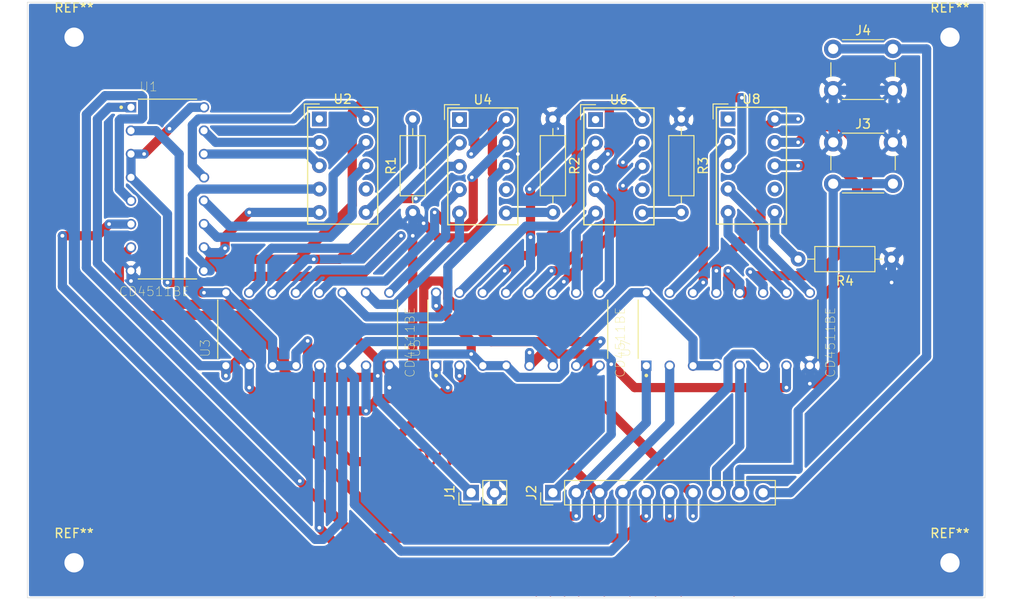
<source format=kicad_pcb>
(kicad_pcb (version 20171130) (host pcbnew "(5.1.10)-1")
  (layers (0 F.Cu signal) (31 B.Cu signal) (34 B.Paste user) (35 F.Paste user) (36 B.SilkS user) (37 F.SilkS user) (38 B.Mask user) (39 F.Mask user) (44 Edge.Cuts user))
  (net 0 "")
  (net 1 VDD)
  (net 2 VSS)
  (net 3 "Net-(J2-Pad1)")
  (net 4 "Net-(J2-Pad2)")
  (net 5 "Net-(J2-Pad3)")
  (net 6 "Net-(J2-Pad4)")
  (net 7 "Net-(J2-Pad5)")
  (net 8 "Net-(J2-Pad6)")
  (net 9 "Net-(J2-Pad7)")
  (net 10 "Net-(J2-Pad8)")
  (net 11 "Net-(J2-Pad9)")
  (net 12 "Net-(J2-Pad10)")
  (net 13 "Net-(R1-Pad2)")
  (net 14 "Net-(R2-Pad2)")
  (net 15 "Net-(R3-Pad2)")
  (net 16 "Net-(R4-Pad2)")
  (net 17 "Net-(U1-Pad9)")
  (net 18 "Net-(U1-Pad10)")
  (net 19 "Net-(U1-Pad11)")
  (net 20 "Net-(U1-Pad12)")
  (net 21 "Net-(U1-Pad13)")
  (net 22 "Net-(U1-Pad14)")
  (net 23 "Net-(U1-Pad15)")
  (net 24 "Net-(U2-Pad1)")
  (net 25 "Net-(U2-Pad7)")
  (net 26 "Net-(U3-Pad15)")
  (net 27 "Net-(U3-Pad14)")
  (net 28 "Net-(U3-Pad13)")
  (net 29 "Net-(U3-Pad12)")
  (net 30 "Net-(U3-Pad11)")
  (net 31 "Net-(U3-Pad10)")
  (net 32 "Net-(U3-Pad9)")
  (net 33 "Net-(U4-Pad7)")
  (net 34 "Net-(U4-Pad1)")
  (net 35 "Net-(U5-Pad9)")
  (net 36 "Net-(U5-Pad10)")
  (net 37 "Net-(U5-Pad11)")
  (net 38 "Net-(U5-Pad12)")
  (net 39 "Net-(U5-Pad13)")
  (net 40 "Net-(U5-Pad14)")
  (net 41 "Net-(U5-Pad15)")
  (net 42 "Net-(U6-Pad1)")
  (net 43 "Net-(U6-Pad7)")
  (net 44 "Net-(U7-Pad15)")
  (net 45 "Net-(U7-Pad14)")
  (net 46 "Net-(U7-Pad13)")
  (net 47 "Net-(U7-Pad12)")
  (net 48 "Net-(U7-Pad11)")
  (net 49 "Net-(U7-Pad10)")
  (net 50 "Net-(U7-Pad9)")
  (net 51 "Net-(U8-Pad7)")
  (net 52 "Net-(U8-Pad1)")
  (module MountingHole:MountingHole_2.1mm (layer F.Cu) (at 85.09 38.1)
    (fp_text reference REF** (at 0 -3.2) (layer F.SilkS))
    (fp_text value MountingHole_2.1mm)
    (pad "" np_thru_hole circle (at 0 0) (size 2.1 2.1) (drill 2.1) (layers *.Cu *.Mask))
  )
  (module MountingHole:MountingHole_2.1mm (layer F.Cu) (at 85.09 95.25)
    (fp_text reference REF** (at 0 -3.2) (layer F.SilkS))
    (fp_text value MountingHole_2.1mm)
    (pad "" np_thru_hole circle (at 0 0) (size 2.1 2.1) (drill 2.1) (layers *.Cu *.Mask))
  )
  (module MountingHole:MountingHole_2.1mm (layer F.Cu) (at 180.34 95.25)
    (fp_text reference REF** (at 0 -3.2) (layer F.SilkS))
    (fp_text value MountingHole_2.1mm)
    (pad "" np_thru_hole circle (at 0 0) (size 2.1 2.1) (drill 2.1) (layers *.Cu *.Mask))
  )
  (module MountingHole:MountingHole_2.1mm (layer F.Cu) (at 180.34 38.1)
    (fp_text reference REF** (at 0 -3.2) (layer F.SilkS))
    (fp_text value MountingHole_2.1mm)
    (pad "" np_thru_hole circle (at 0 0) (size 2.1 2.1) (drill 2.1) (layers *.Cu *.Mask))
  )
  (module Connector_PinHeader_2.54mm:PinHeader_1x02_P2.54mm_Vertical (layer F.Cu) (at 128.27 87.63 90)
    (fp_text reference J1 (at 0 -2.33 90) (layer F.SilkS))
    (fp_text value Conn_01x02_Male)
    (pad 1 thru_hole rect (at 0 0 90) (size 1.7 1.7) (drill 1) (layers *.Cu *.Mask) (net 1 VDD))
    (pad 2 thru_hole oval (at 0 2.54 90) (size 1.7 1.7) (drill 1) (layers *.Cu *.Mask) (net 2 VSS))
  )
  (module Connector_PinHeader_2.54mm:PinHeader_1x10_P2.54mm_Vertical (layer F.Cu) (at 137.16 87.63 90)
    (fp_text reference J2 (at 0 -2.33 90) (layer F.SilkS))
    (fp_text value Conn_01x10_Male)
    (pad 1 thru_hole rect (at 0 0 90) (size 1.7 1.7) (drill 1) (layers *.Cu *.Mask) (net 3 "Net-(J2-Pad1)"))
    (pad 2 thru_hole oval (at 0 2.54 90) (size 1.7 1.7) (drill 1) (layers *.Cu *.Mask) (net 4 "Net-(J2-Pad2)"))
    (pad 3 thru_hole oval (at 0 5.08 90) (size 1.7 1.7) (drill 1) (layers *.Cu *.Mask) (net 5 "Net-(J2-Pad3)"))
    (pad 4 thru_hole oval (at 0 7.62 90) (size 1.7 1.7) (drill 1) (layers *.Cu *.Mask) (net 6 "Net-(J2-Pad4)"))
    (pad 5 thru_hole oval (at 0 10.16 90) (size 1.7 1.7) (drill 1) (layers *.Cu *.Mask) (net 7 "Net-(J2-Pad5)"))
    (pad 6 thru_hole oval (at 0 12.7 90) (size 1.7 1.7) (drill 1) (layers *.Cu *.Mask) (net 8 "Net-(J2-Pad6)"))
    (pad 7 thru_hole oval (at 0 15.24 90) (size 1.7 1.7) (drill 1) (layers *.Cu *.Mask) (net 9 "Net-(J2-Pad7)"))
    (pad 8 thru_hole oval (at 0 17.78 90) (size 1.7 1.7) (drill 1) (layers *.Cu *.Mask) (net 10 "Net-(J2-Pad8)"))
    (pad 9 thru_hole oval (at 0 20.32 90) (size 1.7 1.7) (drill 1) (layers *.Cu *.Mask) (net 11 "Net-(J2-Pad9)"))
    (pad 10 thru_hole oval (at 0 22.86 90) (size 1.7 1.7) (drill 1) (layers *.Cu *.Mask) (net 12 "Net-(J2-Pad10)"))
  )
  (module Button_Switch_THT:SW_PUSH_6mm_H5mm (layer F.Cu) (at 167.64 49.53)
    (fp_text reference J3 (at 3.25 -2) (layer F.SilkS))
    (fp_text value Conn_02x02_Top_Bottom)
    (pad 2 thru_hole circle (at 0 4.5 90) (size 2 2) (drill 1.1) (layers *.Cu *.Mask) (net 11 "Net-(J2-Pad9)"))
    (pad 1 thru_hole circle (at 0 0 90) (size 2 2) (drill 1.1) (layers *.Cu *.Mask) (net 2 VSS))
    (pad 2 thru_hole circle (at 6.5 4.5 90) (size 2 2) (drill 1.1) (layers *.Cu *.Mask) (net 11 "Net-(J2-Pad9)"))
    (pad 1 thru_hole circle (at 6.5 0 90) (size 2 2) (drill 1.1) (layers *.Cu *.Mask) (net 2 VSS))
  )
  (module Button_Switch_THT:SW_PUSH_6mm_H5mm (layer F.Cu) (at 167.64 39.37)
    (fp_text reference J4 (at 3.25 -2) (layer F.SilkS))
    (fp_text value Conn_02x02_Top_Bottom)
    (pad 1 thru_hole circle (at 6.5 0 90) (size 2 2) (drill 1.1) (layers *.Cu *.Mask) (net 12 "Net-(J2-Pad10)"))
    (pad 2 thru_hole circle (at 6.5 4.5 90) (size 2 2) (drill 1.1) (layers *.Cu *.Mask) (net 2 VSS))
    (pad 1 thru_hole circle (at 0 0 90) (size 2 2) (drill 1.1) (layers *.Cu *.Mask) (net 12 "Net-(J2-Pad10)"))
    (pad 2 thru_hole circle (at 0 4.5 90) (size 2 2) (drill 1.1) (layers *.Cu *.Mask) (net 2 VSS))
  )
  (module Resistor_THT:R_Axial_DIN0207_L6.3mm_D2.5mm_P10.16mm_Horizontal (layer F.Cu) (at 121.92 57.15 90)
    (fp_text reference R1 (at 5.08 -2.37 90) (layer F.SilkS))
    (fp_text value R)
    (pad 1 thru_hole circle (at 0 0 90) (size 1.6 1.6) (drill 0.8) (layers *.Cu *.Mask) (net 2 VSS))
    (pad 2 thru_hole oval (at 10.16 0 90) (size 1.6 1.6) (drill 0.8) (layers *.Cu *.Mask) (net 13 "Net-(R1-Pad2)"))
  )
  (module Resistor_THT:R_Axial_DIN0207_L6.3mm_D2.5mm_P10.16mm_Horizontal (layer F.Cu) (at 137.16 46.99 270)
    (fp_text reference R2 (at 5.08 -2.37 90) (layer F.SilkS))
    (fp_text value R)
    (pad 2 thru_hole oval (at 10.16 0 270) (size 1.6 1.6) (drill 0.8) (layers *.Cu *.Mask) (net 14 "Net-(R2-Pad2)"))
    (pad 1 thru_hole circle (at 0 0 270) (size 1.6 1.6) (drill 0.8) (layers *.Cu *.Mask) (net 2 VSS))
  )
  (module Resistor_THT:R_Axial_DIN0207_L6.3mm_D2.5mm_P10.16mm_Horizontal (layer F.Cu) (at 151.13 46.99 270)
    (fp_text reference R3 (at 5.08 -2.37 90) (layer F.SilkS))
    (fp_text value R)
    (pad 1 thru_hole circle (at 0 0 270) (size 1.6 1.6) (drill 0.8) (layers *.Cu *.Mask) (net 2 VSS))
    (pad 2 thru_hole oval (at 10.16 0 270) (size 1.6 1.6) (drill 0.8) (layers *.Cu *.Mask) (net 15 "Net-(R3-Pad2)"))
  )
  (module Resistor_THT:R_Axial_DIN0207_L6.3mm_D2.5mm_P10.16mm_Horizontal (layer F.Cu) (at 173.99 62.23 180)
    (fp_text reference R4 (at 5.08 -2.37) (layer F.SilkS))
    (fp_text value R)
    (pad 2 thru_hole oval (at 10.16 0 180) (size 1.6 1.6) (drill 0.8) (layers *.Cu *.Mask) (net 16 "Net-(R4-Pad2)"))
    (pad 1 thru_hole circle (at 0 0 180) (size 1.6 1.6) (drill 0.8) (layers *.Cu *.Mask) (net 2 VSS))
  )
  (module CD4511BE:DIP794W45P254L1969H508Q16 (layer F.Cu) (at 95.25 54.61)
    (fp_text reference U1 (at -2.06 -11.135) (layer F.SilkS) (effects (font (thickness 0.05))))
    (fp_text value CD4511BE (at -1.425 11.135) (layer F.SilkS) (effects (font (thickness 0.05))))
    (pad 1 thru_hole rect (at -3.97 -8.89) (size 1.13 1.13) (drill 0.78) (layers *.Cu *.Mask) (net 4 "Net-(J2-Pad2)"))
    (pad 2 thru_hole circle (at -3.97 -6.35) (size 1.13 1.13) (drill 0.78) (layers *.Cu *.Mask) (net 5 "Net-(J2-Pad3)"))
    (pad 3 thru_hole circle (at -3.97 -3.81) (size 1.13 1.13) (drill 0.78) (layers *.Cu *.Mask) (net 1 VDD))
    (pad 4 thru_hole circle (at -3.97 -1.27) (size 1.13 1.13) (drill 0.78) (layers *.Cu *.Mask) (net 1 VDD))
    (pad 5 thru_hole circle (at -3.97 1.27) (size 1.13 1.13) (drill 0.78) (layers *.Cu *.Mask) (net 7 "Net-(J2-Pad5)"))
    (pad 6 thru_hole circle (at -3.97 3.81) (size 1.13 1.13) (drill 0.78) (layers *.Cu *.Mask) (net 6 "Net-(J2-Pad4)"))
    (pad 7 thru_hole circle (at -3.97 6.35) (size 1.13 1.13) (drill 0.78) (layers *.Cu *.Mask) (net 3 "Net-(J2-Pad1)"))
    (pad 8 thru_hole circle (at -3.97 8.89) (size 1.13 1.13) (drill 0.78) (layers *.Cu *.Mask) (net 2 VSS))
    (pad 9 thru_hole circle (at 3.97 8.89) (size 1.13 1.13) (drill 0.78) (layers *.Cu *.Mask) (net 17 "Net-(U1-Pad9)"))
    (pad 10 thru_hole circle (at 3.97 6.35) (size 1.13 1.13) (drill 0.78) (layers *.Cu *.Mask) (net 18 "Net-(U1-Pad10)"))
    (pad 11 thru_hole circle (at 3.97 3.81) (size 1.13 1.13) (drill 0.78) (layers *.Cu *.Mask) (net 19 "Net-(U1-Pad11)"))
    (pad 12 thru_hole circle (at 3.97 1.27) (size 1.13 1.13) (drill 0.78) (layers *.Cu *.Mask) (net 20 "Net-(U1-Pad12)"))
    (pad 13 thru_hole circle (at 3.97 -1.27) (size 1.13 1.13) (drill 0.78) (layers *.Cu *.Mask) (net 21 "Net-(U1-Pad13)"))
    (pad 14 thru_hole circle (at 3.97 -3.81) (size 1.13 1.13) (drill 0.78) (layers *.Cu *.Mask) (net 22 "Net-(U1-Pad14)"))
    (pad 15 thru_hole circle (at 3.97 -6.35) (size 1.13 1.13) (drill 0.78) (layers *.Cu *.Mask) (net 23 "Net-(U1-Pad15)"))
    (pad 16 thru_hole circle (at 3.97 -8.89) (size 1.13 1.13) (drill 0.78) (layers *.Cu *.Mask) (net 1 VDD))
  )
  (module Display_7Segment:HDSP-A151 (layer F.Cu) (at 111.76 46.99)
    (fp_text reference U2 (at 2.54 -2.159) (layer F.SilkS))
    (fp_text value HDSP-A153)
    (pad 1 thru_hole rect (at 0 0) (size 1.6 1.6) (drill 0.8) (layers *.Cu *.Mask) (net 24 "Net-(U2-Pad1)"))
    (pad 2 thru_hole circle (at 0 2.54) (size 1.6 1.6) (drill 0.8) (layers *.Cu *.Mask) (net 23 "Net-(U1-Pad15)"))
    (pad 3 thru_hole circle (at 0 5.08) (size 1.6 1.6) (drill 0.8) (layers *.Cu *.Mask) (net 22 "Net-(U1-Pad14)"))
    (pad 4 thru_hole circle (at 0 7.62) (size 1.6 1.6) (drill 0.8) (layers *.Cu *.Mask) (net 17 "Net-(U1-Pad9)"))
    (pad 5 thru_hole circle (at 0 10.16) (size 1.6 1.6) (drill 0.8) (layers *.Cu *.Mask) (net 18 "Net-(U1-Pad10)"))
    (pad 6 thru_hole circle (at 5.08 10.16) (size 1.6 1.6) (drill 0.8) (layers *.Cu *.Mask) (net 13 "Net-(R1-Pad2)"))
    (pad 7 thru_hole circle (at 5.08 7.62) (size 1.6 1.6) (drill 0.8) (layers *.Cu *.Mask) (net 25 "Net-(U2-Pad7)"))
    (pad 8 thru_hole circle (at 5.08 5.08) (size 1.6 1.6) (drill 0.8) (layers *.Cu *.Mask) (net 19 "Net-(U1-Pad11)"))
    (pad 9 thru_hole circle (at 5.08 2.54) (size 1.6 1.6) (drill 0.8) (layers *.Cu *.Mask) (net 20 "Net-(U1-Pad12)"))
    (pad 10 thru_hole circle (at 5.08 0) (size 1.6 1.6) (drill 0.8) (layers *.Cu *.Mask) (net 21 "Net-(U1-Pad13)"))
  )
  (module CD4511BE:DIP794W45P254L1969H508Q16 (layer F.Cu) (at 110.49 69.85 90)
    (fp_text reference U3 (at -2.06 -11.135 90) (layer F.SilkS) (effects (font (thickness 0.05))))
    (fp_text value CD4511BE (at -1.425 11.135 90) (layer F.SilkS) (effects (font (thickness 0.05))))
    (pad 16 thru_hole circle (at 3.97 -8.89 90) (size 1.13 1.13) (drill 0.78) (layers *.Cu *.Mask) (net 1 VDD))
    (pad 15 thru_hole circle (at 3.97 -6.35 90) (size 1.13 1.13) (drill 0.78) (layers *.Cu *.Mask) (net 26 "Net-(U3-Pad15)"))
    (pad 14 thru_hole circle (at 3.97 -3.81 90) (size 1.13 1.13) (drill 0.78) (layers *.Cu *.Mask) (net 27 "Net-(U3-Pad14)"))
    (pad 13 thru_hole circle (at 3.97 -1.27 90) (size 1.13 1.13) (drill 0.78) (layers *.Cu *.Mask) (net 28 "Net-(U3-Pad13)"))
    (pad 12 thru_hole circle (at 3.97 1.27 90) (size 1.13 1.13) (drill 0.78) (layers *.Cu *.Mask) (net 29 "Net-(U3-Pad12)"))
    (pad 11 thru_hole circle (at 3.97 3.81 90) (size 1.13 1.13) (drill 0.78) (layers *.Cu *.Mask) (net 30 "Net-(U3-Pad11)"))
    (pad 10 thru_hole circle (at 3.97 6.35 90) (size 1.13 1.13) (drill 0.78) (layers *.Cu *.Mask) (net 31 "Net-(U3-Pad10)"))
    (pad 9 thru_hole circle (at 3.97 8.89 90) (size 1.13 1.13) (drill 0.78) (layers *.Cu *.Mask) (net 32 "Net-(U3-Pad9)"))
    (pad 8 thru_hole circle (at -3.97 8.89 90) (size 1.13 1.13) (drill 0.78) (layers *.Cu *.Mask) (net 2 VSS))
    (pad 7 thru_hole circle (at -3.97 6.35 90) (size 1.13 1.13) (drill 0.78) (layers *.Cu *.Mask) (net 3 "Net-(J2-Pad1)"))
    (pad 6 thru_hole circle (at -3.97 3.81 90) (size 1.13 1.13) (drill 0.78) (layers *.Cu *.Mask) (net 6 "Net-(J2-Pad4)"))
    (pad 5 thru_hole circle (at -3.97 1.27 90) (size 1.13 1.13) (drill 0.78) (layers *.Cu *.Mask) (net 8 "Net-(J2-Pad6)"))
    (pad 4 thru_hole circle (at -3.97 -1.27 90) (size 1.13 1.13) (drill 0.78) (layers *.Cu *.Mask) (net 1 VDD))
    (pad 3 thru_hole circle (at -3.97 -3.81 90) (size 1.13 1.13) (drill 0.78) (layers *.Cu *.Mask) (net 1 VDD))
    (pad 2 thru_hole circle (at -3.97 -6.35 90) (size 1.13 1.13) (drill 0.78) (layers *.Cu *.Mask) (net 5 "Net-(J2-Pad3)"))
    (pad 1 thru_hole rect (at -3.97 -8.89 90) (size 1.13 1.13) (drill 0.78) (layers *.Cu *.Mask) (net 4 "Net-(J2-Pad2)"))
  )
  (module Display_7Segment:HDSP-A151 (layer F.Cu) (at 127 47.060001)
    (fp_text reference U4 (at 2.54 -2.159) (layer F.SilkS))
    (fp_text value HDSP-A153)
    (pad 10 thru_hole circle (at 5.08 0) (size 1.6 1.6) (drill 0.8) (layers *.Cu *.Mask) (net 28 "Net-(U3-Pad13)"))
    (pad 9 thru_hole circle (at 5.08 2.54) (size 1.6 1.6) (drill 0.8) (layers *.Cu *.Mask) (net 29 "Net-(U3-Pad12)"))
    (pad 8 thru_hole circle (at 5.08 5.08) (size 1.6 1.6) (drill 0.8) (layers *.Cu *.Mask) (net 30 "Net-(U3-Pad11)"))
    (pad 7 thru_hole circle (at 5.08 7.62) (size 1.6 1.6) (drill 0.8) (layers *.Cu *.Mask) (net 33 "Net-(U4-Pad7)"))
    (pad 6 thru_hole circle (at 5.08 10.16) (size 1.6 1.6) (drill 0.8) (layers *.Cu *.Mask) (net 14 "Net-(R2-Pad2)"))
    (pad 5 thru_hole circle (at 0 10.16) (size 1.6 1.6) (drill 0.8) (layers *.Cu *.Mask) (net 31 "Net-(U3-Pad10)"))
    (pad 4 thru_hole circle (at 0 7.62) (size 1.6 1.6) (drill 0.8) (layers *.Cu *.Mask) (net 32 "Net-(U3-Pad9)"))
    (pad 3 thru_hole circle (at 0 5.08) (size 1.6 1.6) (drill 0.8) (layers *.Cu *.Mask) (net 27 "Net-(U3-Pad14)"))
    (pad 2 thru_hole circle (at 0 2.54) (size 1.6 1.6) (drill 0.8) (layers *.Cu *.Mask) (net 26 "Net-(U3-Pad15)"))
    (pad 1 thru_hole rect (at 0 0) (size 1.6 1.6) (drill 0.8) (layers *.Cu *.Mask) (net 34 "Net-(U4-Pad1)"))
  )
  (module CD4511BE:DIP794W45P254L1969H508Q16 (layer F.Cu) (at 133.35 69.85 90)
    (fp_text reference U5 (at -2.06 -11.135 90) (layer F.SilkS) (effects (font (thickness 0.05))))
    (fp_text value CD4511BE (at -1.425 11.135 90) (layer F.SilkS) (effects (font (thickness 0.05))))
    (pad 1 thru_hole rect (at -3.97 -8.89 90) (size 1.13 1.13) (drill 0.78) (layers *.Cu *.Mask) (net 4 "Net-(J2-Pad2)"))
    (pad 2 thru_hole circle (at -3.97 -6.35 90) (size 1.13 1.13) (drill 0.78) (layers *.Cu *.Mask) (net 5 "Net-(J2-Pad3)"))
    (pad 3 thru_hole circle (at -3.97 -3.81 90) (size 1.13 1.13) (drill 0.78) (layers *.Cu *.Mask) (net 1 VDD))
    (pad 4 thru_hole circle (at -3.97 -1.27 90) (size 1.13 1.13) (drill 0.78) (layers *.Cu *.Mask) (net 1 VDD))
    (pad 5 thru_hole circle (at -3.97 1.27 90) (size 1.13 1.13) (drill 0.78) (layers *.Cu *.Mask) (net 9 "Net-(J2-Pad7)"))
    (pad 6 thru_hole circle (at -3.97 3.81 90) (size 1.13 1.13) (drill 0.78) (layers *.Cu *.Mask) (net 6 "Net-(J2-Pad4)"))
    (pad 7 thru_hole circle (at -3.97 6.35 90) (size 1.13 1.13) (drill 0.78) (layers *.Cu *.Mask) (net 3 "Net-(J2-Pad1)"))
    (pad 8 thru_hole circle (at -3.97 8.89 90) (size 1.13 1.13) (drill 0.78) (layers *.Cu *.Mask) (net 2 VSS))
    (pad 9 thru_hole circle (at 3.97 8.89 90) (size 1.13 1.13) (drill 0.78) (layers *.Cu *.Mask) (net 35 "Net-(U5-Pad9)"))
    (pad 10 thru_hole circle (at 3.97 6.35 90) (size 1.13 1.13) (drill 0.78) (layers *.Cu *.Mask) (net 36 "Net-(U5-Pad10)"))
    (pad 11 thru_hole circle (at 3.97 3.81 90) (size 1.13 1.13) (drill 0.78) (layers *.Cu *.Mask) (net 37 "Net-(U5-Pad11)"))
    (pad 12 thru_hole circle (at 3.97 1.27 90) (size 1.13 1.13) (drill 0.78) (layers *.Cu *.Mask) (net 38 "Net-(U5-Pad12)"))
    (pad 13 thru_hole circle (at 3.97 -1.27 90) (size 1.13 1.13) (drill 0.78) (layers *.Cu *.Mask) (net 39 "Net-(U5-Pad13)"))
    (pad 14 thru_hole circle (at 3.97 -3.81 90) (size 1.13 1.13) (drill 0.78) (layers *.Cu *.Mask) (net 40 "Net-(U5-Pad14)"))
    (pad 15 thru_hole circle (at 3.97 -6.35 90) (size 1.13 1.13) (drill 0.78) (layers *.Cu *.Mask) (net 41 "Net-(U5-Pad15)"))
    (pad 16 thru_hole circle (at 3.97 -8.89 90) (size 1.13 1.13) (drill 0.78) (layers *.Cu *.Mask) (net 1 VDD))
  )
  (module Display_7Segment:HDSP-A151 (layer F.Cu) (at 141.800001 47.060001)
    (fp_text reference U6 (at 2.54 -2.159) (layer F.SilkS))
    (fp_text value HDSP-A153)
    (pad 1 thru_hole rect (at 0 0) (size 1.6 1.6) (drill 0.8) (layers *.Cu *.Mask) (net 42 "Net-(U6-Pad1)"))
    (pad 2 thru_hole circle (at 0 2.54) (size 1.6 1.6) (drill 0.8) (layers *.Cu *.Mask) (net 41 "Net-(U5-Pad15)"))
    (pad 3 thru_hole circle (at 0 5.08) (size 1.6 1.6) (drill 0.8) (layers *.Cu *.Mask) (net 40 "Net-(U5-Pad14)"))
    (pad 4 thru_hole circle (at 0 7.62) (size 1.6 1.6) (drill 0.8) (layers *.Cu *.Mask) (net 35 "Net-(U5-Pad9)"))
    (pad 5 thru_hole circle (at 0 10.16) (size 1.6 1.6) (drill 0.8) (layers *.Cu *.Mask) (net 36 "Net-(U5-Pad10)"))
    (pad 6 thru_hole circle (at 5.08 10.16) (size 1.6 1.6) (drill 0.8) (layers *.Cu *.Mask) (net 15 "Net-(R3-Pad2)"))
    (pad 7 thru_hole circle (at 5.08 7.62) (size 1.6 1.6) (drill 0.8) (layers *.Cu *.Mask) (net 43 "Net-(U6-Pad7)"))
    (pad 8 thru_hole circle (at 5.08 5.08) (size 1.6 1.6) (drill 0.8) (layers *.Cu *.Mask) (net 37 "Net-(U5-Pad11)"))
    (pad 9 thru_hole circle (at 5.08 2.54) (size 1.6 1.6) (drill 0.8) (layers *.Cu *.Mask) (net 38 "Net-(U5-Pad12)"))
    (pad 10 thru_hole circle (at 5.08 0) (size 1.6 1.6) (drill 0.8) (layers *.Cu *.Mask) (net 39 "Net-(U5-Pad13)"))
  )
  (module CD4511BE:DIP794W45P254L1969H508Q16 (layer F.Cu) (at 156.21 69.85 90)
    (fp_text reference U7 (at -2.06 -11.135 90) (layer F.SilkS) (effects (font (thickness 0.05))))
    (fp_text value CD4511BE (at -1.425 11.135 90) (layer F.SilkS) (effects (font (thickness 0.05))))
    (pad 16 thru_hole circle (at 3.97 -8.89 90) (size 1.13 1.13) (drill 0.78) (layers *.Cu *.Mask) (net 1 VDD))
    (pad 15 thru_hole circle (at 3.97 -6.35 90) (size 1.13 1.13) (drill 0.78) (layers *.Cu *.Mask) (net 44 "Net-(U7-Pad15)"))
    (pad 14 thru_hole circle (at 3.97 -3.81 90) (size 1.13 1.13) (drill 0.78) (layers *.Cu *.Mask) (net 45 "Net-(U7-Pad14)"))
    (pad 13 thru_hole circle (at 3.97 -1.27 90) (size 1.13 1.13) (drill 0.78) (layers *.Cu *.Mask) (net 46 "Net-(U7-Pad13)"))
    (pad 12 thru_hole circle (at 3.97 1.27 90) (size 1.13 1.13) (drill 0.78) (layers *.Cu *.Mask) (net 47 "Net-(U7-Pad12)"))
    (pad 11 thru_hole circle (at 3.97 3.81 90) (size 1.13 1.13) (drill 0.78) (layers *.Cu *.Mask) (net 48 "Net-(U7-Pad11)"))
    (pad 10 thru_hole circle (at 3.97 6.35 90) (size 1.13 1.13) (drill 0.78) (layers *.Cu *.Mask) (net 49 "Net-(U7-Pad10)"))
    (pad 9 thru_hole circle (at 3.97 8.89 90) (size 1.13 1.13) (drill 0.78) (layers *.Cu *.Mask) (net 50 "Net-(U7-Pad9)"))
    (pad 8 thru_hole circle (at -3.97 8.89 90) (size 1.13 1.13) (drill 0.78) (layers *.Cu *.Mask) (net 2 VSS))
    (pad 7 thru_hole circle (at -3.97 6.35 90) (size 1.13 1.13) (drill 0.78) (layers *.Cu *.Mask) (net 3 "Net-(J2-Pad1)"))
    (pad 6 thru_hole circle (at -3.97 3.81 90) (size 1.13 1.13) (drill 0.78) (layers *.Cu *.Mask) (net 6 "Net-(J2-Pad4)"))
    (pad 5 thru_hole circle (at -3.97 1.27 90) (size 1.13 1.13) (drill 0.78) (layers *.Cu *.Mask) (net 10 "Net-(J2-Pad8)"))
    (pad 4 thru_hole circle (at -3.97 -1.27 90) (size 1.13 1.13) (drill 0.78) (layers *.Cu *.Mask) (net 1 VDD))
    (pad 3 thru_hole circle (at -3.97 -3.81 90) (size 1.13 1.13) (drill 0.78) (layers *.Cu *.Mask) (net 1 VDD))
    (pad 2 thru_hole circle (at -3.97 -6.35 90) (size 1.13 1.13) (drill 0.78) (layers *.Cu *.Mask) (net 5 "Net-(J2-Pad3)"))
    (pad 1 thru_hole rect (at -3.97 -8.89 90) (size 1.13 1.13) (drill 0.78) (layers *.Cu *.Mask) (net 4 "Net-(J2-Pad2)"))
  )
  (module Display_7Segment:HDSP-A151 (layer F.Cu) (at 156.21 46.99)
    (fp_text reference U8 (at 2.54 -2.159) (layer F.SilkS))
    (fp_text value HDSP-A153)
    (pad 10 thru_hole circle (at 5.08 0) (size 1.6 1.6) (drill 0.8) (layers *.Cu *.Mask) (net 46 "Net-(U7-Pad13)"))
    (pad 9 thru_hole circle (at 5.08 2.54) (size 1.6 1.6) (drill 0.8) (layers *.Cu *.Mask) (net 47 "Net-(U7-Pad12)"))
    (pad 8 thru_hole circle (at 5.08 5.08) (size 1.6 1.6) (drill 0.8) (layers *.Cu *.Mask) (net 48 "Net-(U7-Pad11)"))
    (pad 7 thru_hole circle (at 5.08 7.62) (size 1.6 1.6) (drill 0.8) (layers *.Cu *.Mask) (net 51 "Net-(U8-Pad7)"))
    (pad 6 thru_hole circle (at 5.08 10.16) (size 1.6 1.6) (drill 0.8) (layers *.Cu *.Mask) (net 16 "Net-(R4-Pad2)"))
    (pad 5 thru_hole circle (at 0 10.16) (size 1.6 1.6) (drill 0.8) (layers *.Cu *.Mask) (net 49 "Net-(U7-Pad10)"))
    (pad 4 thru_hole circle (at 0 7.62) (size 1.6 1.6) (drill 0.8) (layers *.Cu *.Mask) (net 50 "Net-(U7-Pad9)"))
    (pad 3 thru_hole circle (at 0 5.08) (size 1.6 1.6) (drill 0.8) (layers *.Cu *.Mask) (net 45 "Net-(U7-Pad14)"))
    (pad 2 thru_hole circle (at 0 2.54) (size 1.6 1.6) (drill 0.8) (layers *.Cu *.Mask) (net 44 "Net-(U7-Pad15)"))
    (pad 1 thru_hole rect (at 0 0) (size 1.6 1.6) (drill 0.8) (layers *.Cu *.Mask) (net 52 "Net-(U8-Pad1)"))
  )
  (gr_text A/B/C/D/LE1/LE2/LE3/LE4/BOTTON1/BOTTON2 (at 148.59 97.79) (layer F.Cu) (effects (font (size 1.5 0.75) (thickness 0.1875))))
  (gr_text VDD/VSS (at 124.46 83.82) (layer F.Cu) (effects (font (size 1.5 1.5) (thickness 0.3))))
  (gr_line (start 80.01 99.06) (end 80.01 63.5) (layer Edge.Cuts) (width 0.05))
  (gr_line (start 184.15 99.06) (end 80.01 99.06) (layer Edge.Cuts) (width 0.05))
  (gr_line (start 184.15 34.29) (end 184.15 99.06) (layer Edge.Cuts) (width 0.05))
  (gr_line (start 80.01 34.29) (end 184.15 34.29) (layer Edge.Cuts) (width 0.05))
  (gr_line (start 80.01 63.5) (end 80.01 34.29) (layer Edge.Cuts) (width 0.05))
  (segment (start 154.94 73.82) (end 152.4 73.82) (width 1) (layer B.Cu) (net 1))
  (segment (start 152.4 70.96) (end 147.32 65.88) (width 1) (layer B.Cu) (net 1))
  (segment (start 152.4 73.82) (end 152.4 70.96) (width 1) (layer B.Cu) (net 1))
  (segment (start 128.274999 72.554999) (end 128.274999 72.554999) (width 1) (layer B.Cu) (net 1))
  (segment (start 118.772799 72.554999) (end 128.274999 72.554999) (width 1) (layer B.Cu) (net 1))
  (segment (start 118.114999 73.212799) (end 118.772799 72.554999) (width 1) (layer B.Cu) (net 1))
  (segment (start 118.114999 77.474999) (end 118.114999 74.925001) (width 1) (layer B.Cu) (net 1))
  (segment (start 128.27 87.63) (end 118.114999 77.474999) (width 1) (layer B.Cu) (net 1))
  (segment (start 138.434999 73.212799) (end 145.767798 65.88) (width 1) (layer B.Cu) (net 1))
  (segment (start 138.434999 74.417203) (end 138.434999 73.212799) (width 1) (layer B.Cu) (net 1))
  (segment (start 145.767798 65.88) (end 147.32 65.88) (width 1) (layer B.Cu) (net 1))
  (segment (start 137.767201 75.085001) (end 138.434999 74.417203) (width 1) (layer B.Cu) (net 1))
  (segment (start 133.345001 75.085001) (end 137.767201 75.085001) (width 1) (layer B.Cu) (net 1))
  (segment (start 132.08 73.82) (end 133.345001 75.085001) (width 1) (layer B.Cu) (net 1))
  (segment (start 128.274999 72.554999) (end 129.54 73.82) (width 1) (layer B.Cu) (net 1))
  (via (at 128.274999 72.554999) (size 0.8) (drill 0.4) (layers F.Cu B.Cu) (net 1))
  (segment (start 124.46 65.88) (end 124.46 67.31) (width 1) (layer B.Cu) (net 1))
  (segment (start 124.46 67.31) (end 124.46 67.31) (width 1) (layer B.Cu) (net 1))
  (via (at 124.46 67.31) (size 0.8) (drill 0.4) (layers F.Cu B.Cu) (net 1))
  (segment (start 124.46 67.31) (end 124.46 67.31) (width 1) (layer B.Cu) (net 1))
  (via (at 124.46 67.31) (size 0.8) (drill 0.4) (layers F.Cu B.Cu) (net 1))
  (segment (start 128.274999 72.554999) (end 128.274999 71.124999) (width 1) (layer F.Cu) (net 1))
  (segment (start 128.274999 71.124999) (end 124.46 67.31) (width 1) (layer F.Cu) (net 1))
  (segment (start 129.54 73.82) (end 132.08 73.82) (width 1) (layer B.Cu) (net 1))
  (segment (start 106.68 70.96) (end 101.6 65.88) (width 1) (layer B.Cu) (net 1))
  (segment (start 106.68 73.82) (end 106.68 70.96) (width 1) (layer B.Cu) (net 1))
  (segment (start 91.28 50.8) (end 91.28 53.34) (width 1) (layer B.Cu) (net 1))
  (segment (start 106.68 73.82) (end 109.22 73.82) (width 1) (layer B.Cu) (net 1))
  (segment (start 109.22 73.82) (end 109.22 72.39) (width 1) (layer B.Cu) (net 1))
  (segment (start 109.22 72.39) (end 110.49 71.12) (width 1) (layer B.Cu) (net 1))
  (segment (start 110.49 71.12) (end 110.49 71.12) (width 1) (layer B.Cu) (net 1))
  (via (at 110.49 71.12) (size 0.8) (drill 0.4) (layers F.Cu B.Cu) (net 1))
  (segment (start 118.114999 74.925001) (end 118.114999 73.212799) (width 1) (layer B.Cu) (net 1))
  (via (at 118.114999 74.925001) (size 0.8) (drill 0.4) (layers F.Cu B.Cu) (net 1))
  (segment (start 111.152799 75.085001) (end 117.954999 75.085001) (width 1) (layer F.Cu) (net 1))
  (segment (start 110.49 74.422202) (end 111.152799 75.085001) (width 1) (layer F.Cu) (net 1))
  (segment (start 117.954999 75.085001) (end 118.114999 74.925001) (width 1) (layer F.Cu) (net 1))
  (segment (start 110.49 71.12) (end 110.49 74.422202) (width 1) (layer F.Cu) (net 1))
  (segment (start 91.28 50.8) (end 92.71 50.8) (width 1) (layer B.Cu) (net 1))
  (segment (start 91.28 53.34) (end 95.25 57.31) (width 1) (layer B.Cu) (net 1))
  (segment (start 95.25 57.31) (end 95.25 64.77) (width 1) (layer B.Cu) (net 1))
  (segment (start 101.6 65.88) (end 99.22 65.88) (width 1) (layer B.Cu) (net 1))
  (segment (start 95.25 64.77) (end 95.25 64.77) (width 1) (layer B.Cu) (net 1))
  (via (at 95.25 64.77) (size 0.8) (drill 0.4) (layers F.Cu B.Cu) (net 1))
  (segment (start 99.22 65.88) (end 99.22 65.88) (width 1) (layer B.Cu) (net 1))
  (via (at 99.22 65.88) (size 0.8) (drill 0.4) (layers F.Cu B.Cu) (net 1))
  (segment (start 95.25 64.77) (end 97.885009 64.77) (width 1) (layer F.Cu) (net 1))
  (segment (start 98.995009 65.88) (end 99.22 65.88) (width 1) (layer F.Cu) (net 1))
  (segment (start 97.885009 64.77) (end 98.995009 65.88) (width 1) (layer F.Cu) (net 1))
  (segment (start 92.71 50.8) (end 92.71 50.8) (width 1) (layer B.Cu) (net 1))
  (via (at 92.71 50.8) (size 0.8) (drill 0.4) (layers F.Cu B.Cu) (net 1))
  (segment (start 99.22 45.72) (end 97.79 45.72) (width 1) (layer B.Cu) (net 1))
  (segment (start 97.79 45.72) (end 96.52 46.99) (width 1) (layer B.Cu) (net 1))
  (segment (start 96.52 46.99) (end 95.463535 48.046465) (width 1) (layer B.Cu) (net 1))
  (segment (start 95.463535 48.046465) (end 95.463535 48.046465) (width 1) (layer B.Cu) (net 1))
  (via (at 95.463535 48.046465) (size 0.8) (drill 0.4) (layers F.Cu B.Cu) (net 1))
  (segment (start 92.71 50.8) (end 95.25 48.26) (width 1) (layer F.Cu) (net 1))
  (segment (start 175.840001 51.230001) (end 174.14 49.53) (width 1) (layer B.Cu) (net 2))
  (segment (start 175.840001 60.379999) (end 175.840001 51.230001) (width 1) (layer B.Cu) (net 2))
  (segment (start 173.99 62.23) (end 175.840001 60.379999) (width 1) (layer B.Cu) (net 2))
  (segment (start 174.14 49.53) (end 174.14 43.87) (width 1) (layer B.Cu) (net 2))
  (segment (start 174.14 43.87) (end 167.64 43.87) (width 1) (layer B.Cu) (net 2))
  (segment (start 167.64 43.87) (end 167.64 49.53) (width 1) (layer B.Cu) (net 2))
  (segment (start 167.64 48.115787) (end 167.64 49.53) (width 1) (layer B.Cu) (net 2))
  (segment (start 163.004204 43.479991) (end 167.64 48.115787) (width 1) (layer B.Cu) (net 2))
  (segment (start 154.640009 43.479991) (end 163.004204 43.479991) (width 1) (layer B.Cu) (net 2))
  (segment (start 151.13 46.99) (end 154.640009 43.479991) (width 1) (layer B.Cu) (net 2))
  (segment (start 165.1 73.82) (end 165.1 75.77293) (width 1) (layer B.Cu) (net 2))
  (segment (start 165.1 75.77293) (end 165.1 75.77293) (width 1) (layer B.Cu) (net 2))
  (via (at 165.1 75.77293) (size 0.8) (drill 0.4) (layers F.Cu B.Cu) (net 2))
  (segment (start 173.99 62.23) (end 173.99 64.77) (width 1) (layer B.Cu) (net 2))
  (segment (start 173.99 64.77) (end 173.99 64.77) (width 1) (layer B.Cu) (net 2))
  (via (at 173.99 64.77) (size 0.8) (drill 0.4) (layers F.Cu B.Cu) (net 2))
  (segment (start 173.99 64.77) (end 173.99 67.31) (width 1) (layer F.Cu) (net 2))
  (segment (start 165.52707 75.77293) (end 165.1 75.77293) (width 1) (layer F.Cu) (net 2))
  (segment (start 173.99 67.31) (end 165.52707 75.77293) (width 1) (layer F.Cu) (net 2))
  (segment (start 149.7 45.56) (end 149.7 44.29) (width 1) (layer B.Cu) (net 2))
  (segment (start 151.13 46.99) (end 149.7 45.56) (width 1) (layer B.Cu) (net 2))
  (segment (start 149.7 44.29) (end 148.59 43.18) (width 1) (layer B.Cu) (net 2))
  (segment (start 148.59 43.18) (end 138.43 43.18) (width 1) (layer B.Cu) (net 2))
  (segment (start 138.43 45.72) (end 137.16 46.99) (width 1) (layer B.Cu) (net 2))
  (segment (start 138.43 43.18) (end 138.43 45.72) (width 1) (layer B.Cu) (net 2))
  (segment (start 130.81 85.25) (end 142.24 73.82) (width 1) (layer B.Cu) (net 2))
  (segment (start 130.81 87.63) (end 130.81 85.25) (width 1) (layer B.Cu) (net 2))
  (segment (start 130.81 85.25) (end 119.38 73.82) (width 1) (layer B.Cu) (net 2))
  (segment (start 119.38 73.82) (end 119.38 76.2) (width 1) (layer B.Cu) (net 2))
  (segment (start 119.38 76.2) (end 119.38 76.2) (width 1) (layer B.Cu) (net 2))
  (via (at 119.38 76.2) (size 0.8) (drill 0.4) (layers F.Cu B.Cu) (net 2))
  (segment (start 121.92 57.15) (end 121.92 59.69) (width 1) (layer B.Cu) (net 2))
  (segment (start 121.92 59.69) (end 121.92 59.69) (width 1) (layer B.Cu) (net 2))
  (via (at 121.92 59.69) (size 0.8) (drill 0.4) (layers F.Cu B.Cu) (net 2))
  (segment (start 119.38 76.2) (end 119.38 76.2) (width 1) (layer F.Cu) (net 2))
  (segment (start 121.92 73.66) (end 121.92 59.69) (width 1) (layer F.Cu) (net 2))
  (segment (start 91.28 63.5) (end 91.28 64.61) (width 1) (layer B.Cu) (net 2))
  (segment (start 91.28 64.61) (end 91.28 64.61) (width 1) (layer B.Cu) (net 2))
  (via (at 91.28 64.61) (size 0.8) (drill 0.4) (layers F.Cu B.Cu) (net 2))
  (segment (start 119.38 76.2) (end 121.92 73.66) (width 1) (layer F.Cu) (net 2))
  (via (at 119.38 76.2) (size 0.8) (drill 0.4) (layers F.Cu B.Cu) (net 2))
  (segment (start 93.815001 67.145001) (end 91.28 64.61) (width 1) (layer F.Cu) (net 2))
  (segment (start 119.38 74.487798) (end 112.037203 67.145001) (width 1) (layer F.Cu) (net 2))
  (segment (start 112.037203 67.145001) (end 93.815001 67.145001) (width 1) (layer F.Cu) (net 2))
  (segment (start 119.38 76.2) (end 119.38 74.487798) (width 1) (layer F.Cu) (net 2))
  (segment (start 137.16 46.99) (end 137.16 48.26) (width 1) (layer B.Cu) (net 2))
  (segment (start 137.16 48.26) (end 135.89 48.26) (width 1) (layer B.Cu) (net 2))
  (segment (start 135.89 48.26) (end 133.35 50.8) (width 1) (layer B.Cu) (net 2))
  (segment (start 133.35 50.8) (end 133.35 50.8) (width 1) (layer B.Cu) (net 2))
  (via (at 133.35 50.8) (size 0.8) (drill 0.4) (layers F.Cu B.Cu) (net 2))
  (segment (start 121.92 57.15) (end 123.099979 58.329979) (width 1) (layer B.Cu) (net 2))
  (segment (start 123.099979 58.329979) (end 123.099979 58.329979) (width 1) (layer B.Cu) (net 2))
  (via (at 123.099979 58.329979) (size 0.8) (drill 0.4) (layers F.Cu B.Cu) (net 2))
  (segment (start 132.800001 45.56) (end 133.580001 46.34) (width 1) (layer F.Cu) (net 2))
  (segment (start 130.579999 52.860002) (end 130.579999 46.34) (width 1) (layer F.Cu) (net 2))
  (segment (start 130.81 53.090003) (end 130.579999 52.860002) (width 1) (layer F.Cu) (net 2))
  (segment (start 130.81 53.34) (end 130.81 53.090003) (width 1) (layer F.Cu) (net 2))
  (segment (start 131.359999 45.56) (end 132.800001 45.56) (width 1) (layer F.Cu) (net 2))
  (segment (start 130.579999 53.570001) (end 130.81 53.34) (width 1) (layer F.Cu) (net 2))
  (segment (start 130.579999 57.557074) (end 130.579999 53.570001) (width 1) (layer F.Cu) (net 2))
  (segment (start 133.580001 50.569999) (end 133.35 50.8) (width 1) (layer F.Cu) (net 2))
  (segment (start 128.217062 59.920011) (end 130.579999 57.557074) (width 1) (layer F.Cu) (net 2))
  (segment (start 133.580001 46.34) (end 133.580001 50.569999) (width 1) (layer F.Cu) (net 2))
  (segment (start 124.690011 59.920011) (end 128.217062 59.920011) (width 1) (layer F.Cu) (net 2))
  (segment (start 130.579999 46.34) (end 131.359999 45.56) (width 1) (layer F.Cu) (net 2))
  (segment (start 123.099979 58.329979) (end 124.690011 59.920011) (width 1) (layer F.Cu) (net 2))
  (segment (start 143.505001 81.284999) (end 137.16 87.63) (width 1) (layer B.Cu) (net 3))
  (segment (start 143.505001 73.212799) (end 143.505001 73.664999) (width 1) (layer B.Cu) (net 3))
  (segment (start 142.847201 72.554999) (end 143.505001 73.212799) (width 1) (layer B.Cu) (net 3))
  (segment (start 140.965001 72.554999) (end 142.847201 72.554999) (width 1) (layer B.Cu) (net 3))
  (segment (start 139.7 73.82) (end 140.965001 72.554999) (width 1) (layer B.Cu) (net 3))
  (segment (start 143.505001 73.664999) (end 143.505001 81.284999) (width 1) (layer B.Cu) (net 3))
  (via (at 143.505001 73.664999) (size 0.8) (drill 0.4) (layers F.Cu B.Cu) (net 3))
  (segment (start 162.56 73.82) (end 162.56 76.2) (width 1) (layer B.Cu) (net 3))
  (segment (start 162.56 76.2) (end 162.56 76.2) (width 1) (layer B.Cu) (net 3))
  (via (at 162.56 76.2) (size 0.8) (drill 0.4) (layers F.Cu B.Cu) (net 3))
  (segment (start 162.56 76.2) (end 146.05 76.2) (width 1) (layer F.Cu) (net 3))
  (segment (start 143.514999 73.664999) (end 143.505001 73.664999) (width 1) (layer F.Cu) (net 3))
  (segment (start 146.05 76.2) (end 143.514999 73.664999) (width 1) (layer F.Cu) (net 3))
  (segment (start 139.7 73.82) (end 142.32 71.2) (width 1) (layer B.Cu) (net 3))
  (segment (start 142.32 71.2) (end 142.4 71.12) (width 1) (layer B.Cu) (net 3))
  (via (at 142.32 71.2) (size 0.8) (drill 0.4) (layers F.Cu B.Cu) (net 3))
  (segment (start 123.120009 74.157061) (end 119.877061 77.400009) (width 1) (layer F.Cu) (net 3))
  (segment (start 123.12001 65.347788) (end 123.120009 74.157061) (width 1) (layer F.Cu) (net 3))
  (segment (start 123.852799 64.614999) (end 123.12001 65.347788) (width 1) (layer F.Cu) (net 3))
  (segment (start 125.067201 64.614999) (end 123.852799 64.614999) (width 1) (layer F.Cu) (net 3))
  (segment (start 125.725001 65.272799) (end 125.067201 64.614999) (width 1) (layer F.Cu) (net 3))
  (segment (start 125.725001 66.487201) (end 125.725001 65.272799) (width 1) (layer F.Cu) (net 3))
  (segment (start 130.4378 71.2) (end 125.725001 66.487201) (width 1) (layer F.Cu) (net 3))
  (segment (start 119.877061 77.400009) (end 118.040009 77.400009) (width 1) (layer F.Cu) (net 3))
  (segment (start 142.32 71.2) (end 130.4378 71.2) (width 1) (layer F.Cu) (net 3))
  (segment (start 111.76 78.74) (end 115.57 78.74) (width 1) (layer F.Cu) (net 3))
  (segment (start 109.7178 76.6978) (end 111.76 78.74) (width 1) (layer F.Cu) (net 3))
  (segment (start 109.7178 76.2) (end 109.7178 76.6978) (width 1) (layer F.Cu) (net 3))
  (segment (start 107.945001 74.427201) (end 109.7178 76.2) (width 1) (layer F.Cu) (net 3))
  (segment (start 107.945001 73.212799) (end 107.945001 74.427201) (width 1) (layer F.Cu) (net 3))
  (segment (start 93.31794 68.34501) (end 103.077213 68.345011) (width 1) (layer F.Cu) (net 3))
  (segment (start 103.077213 68.345011) (end 107.945001 73.212799) (width 1) (layer F.Cu) (net 3))
  (segment (start 90.014999 65.042069) (end 93.31794 68.34501) (width 1) (layer F.Cu) (net 3))
  (segment (start 90.014999 62.225001) (end 90.014999 65.042069) (width 1) (layer F.Cu) (net 3))
  (segment (start 91.28 60.96) (end 90.014999 62.225001) (width 1) (layer F.Cu) (net 3))
  (segment (start 116.84 73.82) (end 116.84 78.74) (width 1) (layer B.Cu) (net 3))
  (segment (start 116.84 78.74) (end 116.84 78.74) (width 1) (layer B.Cu) (net 3))
  (via (at 116.84 78.74) (size 0.8) (drill 0.4) (layers F.Cu B.Cu) (net 3))
  (segment (start 115.57 78.74) (end 116.84 78.74) (width 1) (layer F.Cu) (net 3))
  (segment (start 118.040009 77.539991) (end 116.84 78.74) (width 1) (layer F.Cu) (net 3))
  (segment (start 118.040009 77.400009) (end 118.040009 77.539991) (width 1) (layer F.Cu) (net 3))
  (segment (start 147.32 80.01) (end 139.7 87.63) (width 1) (layer B.Cu) (net 4))
  (segment (start 147.32 73.82) (end 147.32 80.01) (width 1) (layer B.Cu) (net 4))
  (segment (start 139.7 87.63) (end 139.7 90.17) (width 1) (layer B.Cu) (net 4))
  (segment (start 139.7 90.17) (end 139.7 90.17) (width 1) (layer B.Cu) (net 4))
  (via (at 139.7 90.17) (size 0.8) (drill 0.4) (layers F.Cu B.Cu) (net 4))
  (segment (start 124.46 73.82) (end 124.46 74.93) (width 1) (layer B.Cu) (net 4))
  (segment (start 124.46 74.93) (end 125.73 76.2) (width 1) (layer B.Cu) (net 4))
  (segment (start 125.73 76.2) (end 125.73 76.2) (width 1) (layer B.Cu) (net 4))
  (via (at 125.73 76.2) (size 0.8) (drill 0.4) (layers F.Cu B.Cu) (net 4))
  (segment (start 136.739998 90.17) (end 139.7 90.17) (width 1) (layer F.Cu) (net 4))
  (segment (start 125.73 79.160002) (end 136.739998 90.17) (width 1) (layer F.Cu) (net 4))
  (segment (start 125.73 76.2) (end 125.73 79.160002) (width 1) (layer F.Cu) (net 4))
  (segment (start 101.6 73.82) (end 101.6 74.93) (width 1) (layer B.Cu) (net 4))
  (segment (start 101.6 74.93) (end 101.6 74.93) (width 1) (layer B.Cu) (net 4))
  (via (at 101.6 74.93) (size 0.8) (drill 0.4) (layers F.Cu B.Cu) (net 4))
  (segment (start 103.532799 72.554999) (end 101.6 74.487798) (width 1) (layer F.Cu) (net 4))
  (segment (start 104.747201 72.554999) (end 103.532799 72.554999) (width 1) (layer F.Cu) (net 4))
  (segment (start 105.405001 74.427201) (end 105.405001 73.212799) (width 1) (layer F.Cu) (net 4))
  (segment (start 101.6 74.487798) (end 101.6 74.93) (width 1) (layer F.Cu) (net 4))
  (segment (start 115.224868 84.247068) (end 105.405001 74.427201) (width 1) (layer F.Cu) (net 4))
  (segment (start 105.405001 73.212799) (end 104.747201 72.554999) (width 1) (layer F.Cu) (net 4))
  (segment (start 117.682932 84.247068) (end 115.224868 84.247068) (width 1) (layer F.Cu) (net 4))
  (segment (start 125.73 76.2) (end 117.682932 84.247068) (width 1) (layer F.Cu) (net 4))
  (segment (start 98.79293 73.82) (end 101.6 73.82) (width 1) (layer B.Cu) (net 4))
  (segment (start 87.63 62.65707) (end 98.79293 73.82) (width 1) (layer B.Cu) (net 4))
  (segment (start 87.63 46.99) (end 87.63 62.65707) (width 1) (layer B.Cu) (net 4))
  (segment (start 88.9 45.72) (end 87.63 46.99) (width 1) (layer B.Cu) (net 4))
  (segment (start 91.28 45.72) (end 88.9 45.72) (width 1) (layer B.Cu) (net 4))
  (segment (start 149.86 80.01) (end 142.24 87.63) (width 1) (layer B.Cu) (net 5))
  (segment (start 149.86 73.82) (end 149.86 80.01) (width 1) (layer B.Cu) (net 5))
  (segment (start 142.24 87.63) (end 142.24 90.17) (width 1) (layer B.Cu) (net 5))
  (segment (start 142.24 90.17) (end 142.24 90.17) (width 1) (layer B.Cu) (net 5))
  (via (at 142.24 90.17) (size 0.8) (drill 0.4) (layers F.Cu B.Cu) (net 5))
  (segment (start 127 73.82) (end 127 74.93) (width 1) (layer B.Cu) (net 5))
  (segment (start 127 74.93) (end 127 74.93) (width 1) (layer B.Cu) (net 5))
  (via (at 127 74.93) (size 0.8) (drill 0.4) (layers F.Cu B.Cu) (net 5))
  (segment (start 142.24 87.875998) (end 142.24 90.17) (width 1) (layer F.Cu) (net 5))
  (segment (start 129.694001 75.329999) (end 142.24 87.875998) (width 1) (layer F.Cu) (net 5))
  (segment (start 127.399999 75.329999) (end 129.694001 75.329999) (width 1) (layer F.Cu) (net 5))
  (segment (start 127 74.93) (end 127.399999 75.329999) (width 1) (layer F.Cu) (net 5))
  (segment (start 104.14 73.82) (end 104.14 76.2) (width 1) (layer B.Cu) (net 5))
  (segment (start 104.14 76.2) (end 104.14 76.2) (width 1) (layer B.Cu) (net 5))
  (via (at 104.14 76.2) (size 0.8) (drill 0.4) (layers F.Cu B.Cu) (net 5))
  (segment (start 141.039991 91.370009) (end 119.310009 91.370009) (width 1) (layer F.Cu) (net 5))
  (segment (start 142.24 90.17) (end 141.039991 91.370009) (width 1) (layer F.Cu) (net 5))
  (segment (start 119.310009 91.370009) (end 104.14 76.2) (width 1) (layer F.Cu) (net 5))
  (segment (start 93.98 48.26) (end 91.28 48.26) (width 1) (layer B.Cu) (net 5))
  (segment (start 96.52 50.8) (end 93.98 48.26) (width 1) (layer B.Cu) (net 5))
  (segment (start 96.52 66.2) (end 96.52 50.8) (width 1) (layer B.Cu) (net 5))
  (segment (start 104.14 73.82) (end 96.52 66.2) (width 1) (layer B.Cu) (net 5))
  (segment (start 156.872799 72.554999) (end 156.205001 73.222797) (width 1) (layer B.Cu) (net 6))
  (segment (start 156.205001 76.204999) (end 144.78 87.63) (width 1) (layer B.Cu) (net 6))
  (segment (start 158.754999 72.554999) (end 156.872799 72.554999) (width 1) (layer B.Cu) (net 6))
  (segment (start 156.205001 73.222797) (end 156.205001 76.204999) (width 1) (layer B.Cu) (net 6))
  (segment (start 160.02 73.82) (end 158.754999 72.554999) (width 1) (layer B.Cu) (net 6))
  (segment (start 144.78 87.63) (end 144.78 92.71) (width 1) (layer B.Cu) (net 6))
  (segment (start 144.78 92.71) (end 143.51 93.98) (width 1) (layer B.Cu) (net 6))
  (segment (start 143.51 93.98) (end 120.65 93.98) (width 1) (layer B.Cu) (net 6))
  (segment (start 115.574999 75.094999) (end 114.3 73.82) (width 1) (layer B.Cu) (net 6))
  (segment (start 115.574999 88.904999) (end 115.574999 75.094999) (width 1) (layer B.Cu) (net 6))
  (segment (start 120.65 93.98) (end 115.574999 88.904999) (width 1) (layer B.Cu) (net 6))
  (segment (start 135.11706 71.18999) (end 137.16 73.23293) (width 1) (layer B.Cu) (net 6))
  (segment (start 116.93001 71.18999) (end 135.11706 71.18999) (width 1) (layer B.Cu) (net 6))
  (segment (start 137.16 73.23293) (end 137.16 73.82) (width 1) (layer B.Cu) (net 6))
  (segment (start 114.3 73.82) (end 116.93001 71.18999) (width 1) (layer B.Cu) (net 6))
  (segment (start 114.3 90.59707) (end 112.18707 92.71) (width 1) (layer B.Cu) (net 6))
  (segment (start 114.3 73.82) (end 114.3 90.59707) (width 1) (layer B.Cu) (net 6))
  (segment (start 111.33293 92.71) (end 83.82 65.19707) (width 1) (layer B.Cu) (net 6))
  (segment (start 112.18707 92.71) (end 111.33293 92.71) (width 1) (layer B.Cu) (net 6))
  (segment (start 83.82 65.19707) (end 83.82 59.69) (width 1) (layer B.Cu) (net 6))
  (segment (start 91.28 58.42) (end 90.17 58.42) (width 1) (layer B.Cu) (net 6))
  (segment (start 90.17 58.42) (end 88.9 58.42) (width 1) (layer B.Cu) (net 6))
  (segment (start 88.9 58.42) (end 88.9 58.42) (width 1) (layer B.Cu) (net 6))
  (via (at 88.9 58.42) (size 0.8) (drill 0.4) (layers F.Cu B.Cu) (net 6))
  (segment (start 83.82 59.69) (end 83.82 59.69) (width 1) (layer B.Cu) (net 6))
  (via (at 83.82 59.69) (size 0.8) (drill 0.4) (layers F.Cu B.Cu) (net 6))
  (segment (start 83.82 59.69) (end 83.82 59.69) (width 1) (layer B.Cu) (net 6))
  (via (at 83.82 59.69) (size 0.8) (drill 0.4) (layers F.Cu B.Cu) (net 6))
  (segment (start 83.82 59.69) (end 87.63 59.69) (width 1) (layer F.Cu) (net 6))
  (segment (start 87.63 59.69) (end 88.9 58.42) (width 1) (layer F.Cu) (net 6))
  (segment (start 147.32 87.63) (end 147.32 90.17) (width 1) (layer B.Cu) (net 7))
  (segment (start 147.32 90.17) (end 147.32 90.17) (width 1) (layer B.Cu) (net 7))
  (via (at 147.32 90.17) (size 0.8) (drill 0.4) (layers F.Cu B.Cu) (net 7))
  (segment (start 86.429991 63.154131) (end 109.63586 86.36) (width 1) (layer B.Cu) (net 7))
  (segment (start 86.42999 46.49294) (end 86.429991 63.154131) (width 1) (layer B.Cu) (net 7))
  (segment (start 88.467931 44.454999) (end 86.42999 46.49294) (width 1) (layer B.Cu) (net 7))
  (segment (start 92.405001 44.454999) (end 88.467931 44.454999) (width 1) (layer B.Cu) (net 7))
  (segment (start 92.545001 44.594999) (end 92.405001 44.454999) (width 1) (layer B.Cu) (net 7))
  (segment (start 92.405001 46.985001) (end 92.545001 46.845001) (width 1) (layer B.Cu) (net 7))
  (segment (start 90.154999 46.985001) (end 92.405001 46.985001) (width 1) (layer B.Cu) (net 7))
  (segment (start 90.014999 47.125001) (end 90.154999 46.985001) (width 1) (layer B.Cu) (net 7))
  (segment (start 90.014999 54.614999) (end 90.014999 47.125001) (width 1) (layer B.Cu) (net 7))
  (segment (start 92.545001 46.845001) (end 92.545001 44.594999) (width 1) (layer B.Cu) (net 7))
  (segment (start 91.28 55.88) (end 90.014999 54.614999) (width 1) (layer B.Cu) (net 7))
  (segment (start 109.63586 86.36) (end 109.63586 86.36) (width 1) (layer B.Cu) (net 7))
  (via (at 109.63586 86.36) (size 0.8) (drill 0.4) (layers F.Cu B.Cu) (net 7))
  (segment (start 115.845879 92.570019) (end 144.919981 92.570019) (width 1) (layer F.Cu) (net 7))
  (segment (start 109.63586 86.36) (end 115.845879 92.570019) (width 1) (layer F.Cu) (net 7))
  (segment (start 144.919981 92.570019) (end 147.32 90.17) (width 1) (layer F.Cu) (net 7))
  (segment (start 149.86 87.63) (end 149.86 90.17) (width 1) (layer B.Cu) (net 8))
  (segment (start 149.86 90.17) (end 149.86 90.17) (width 1) (layer B.Cu) (net 8))
  (via (at 149.86 90.17) (size 0.8) (drill 0.4) (layers F.Cu B.Cu) (net 8))
  (segment (start 111.76 73.82) (end 111.76 86.36) (width 1) (layer B.Cu) (net 8))
  (segment (start 111.76 86.36) (end 111.76 91.44) (width 1) (layer B.Cu) (net 8))
  (segment (start 111.76 91.44) (end 111.76 91.44) (width 1) (layer B.Cu) (net 8))
  (via (at 111.76 91.44) (size 0.8) (drill 0.4) (layers F.Cu B.Cu) (net 8))
  (segment (start 111.76 91.44) (end 115.57 95.25) (width 1) (layer F.Cu) (net 8))
  (segment (start 115.57 95.25) (end 146.05 95.25) (width 1) (layer F.Cu) (net 8))
  (segment (start 146.05 95.25) (end 149.86 91.44) (width 1) (layer F.Cu) (net 8))
  (segment (start 149.86 91.44) (end 149.86 90.17) (width 1) (layer F.Cu) (net 8))
  (segment (start 134.62 73.82) (end 134.62 72.97707) (width 1) (layer B.Cu) (net 9))
  (segment (start 134.62 72.97707) (end 134.62 72.39) (width 1) (layer B.Cu) (net 9))
  (segment (start 134.62 72.39) (end 134.62 72.39) (width 1) (layer B.Cu) (net 9))
  (via (at 134.62 72.39) (size 0.8) (drill 0.4) (layers F.Cu B.Cu) (net 9))
  (segment (start 152.4 87.63) (end 152.4 90.17) (width 1) (layer B.Cu) (net 9))
  (segment (start 152.4 90.17) (end 152.4 90.17) (width 1) (layer B.Cu) (net 9))
  (via (at 152.4 90.17) (size 0.8) (drill 0.4) (layers F.Cu B.Cu) (net 9))
  (segment (start 135.885001 72.554999) (end 134.62 73.82) (width 1) (layer F.Cu) (net 9))
  (segment (start 140.307201 72.554999) (end 135.885001 72.554999) (width 1) (layer F.Cu) (net 9))
  (segment (start 140.965001 73.212799) (end 140.307201 72.554999) (width 1) (layer F.Cu) (net 9))
  (segment (start 140.965001 76.440999) (end 140.965001 73.212799) (width 1) (layer F.Cu) (net 9))
  (segment (start 152.4 87.875998) (end 140.965001 76.440999) (width 1) (layer F.Cu) (net 9))
  (segment (start 152.4 90.17) (end 152.4 87.875998) (width 1) (layer F.Cu) (net 9))
  (segment (start 154.94 87.63) (end 154.94 85.09) (width 1) (layer B.Cu) (net 10))
  (segment (start 157.48 82.55) (end 157.48 73.82) (width 1) (layer B.Cu) (net 10))
  (segment (start 154.94 85.09) (end 157.48 82.55) (width 1) (layer B.Cu) (net 10))
  (segment (start 167.64 74.93) (end 167.64 54.03) (width 1) (layer B.Cu) (net 11))
  (segment (start 163.83 78.74) (end 167.64 74.93) (width 1) (layer B.Cu) (net 11))
  (segment (start 163.83 85.09) (end 163.83 78.74) (width 1) (layer B.Cu) (net 11))
  (segment (start 157.48 85.09) (end 163.83 85.09) (width 1) (layer B.Cu) (net 11))
  (segment (start 157.48 87.63) (end 157.48 85.09) (width 1) (layer B.Cu) (net 11))
  (segment (start 167.64 54.03) (end 174.14 54.03) (width 1) (layer B.Cu) (net 11))
  (segment (start 162.98707 87.63) (end 177.8 72.81707) (width 1) (layer B.Cu) (net 12))
  (segment (start 160.02 87.63) (end 162.98707 87.63) (width 1) (layer B.Cu) (net 12))
  (segment (start 177.8 72.81707) (end 177.8 39.37) (width 1) (layer B.Cu) (net 12))
  (segment (start 177.8 39.37) (end 174.14 39.37) (width 1) (layer B.Cu) (net 12))
  (segment (start 174.14 39.37) (end 167.64 39.37) (width 1) (layer B.Cu) (net 12))
  (segment (start 121.92 52.07) (end 121.92 46.99) (width 1) (layer B.Cu) (net 13))
  (segment (start 116.84 57.15) (end 121.92 52.07) (width 1) (layer B.Cu) (net 13))
  (segment (start 132.150001 57.15) (end 132.08 57.220001) (width 1) (layer B.Cu) (net 14))
  (segment (start 137.16 57.15) (end 132.150001 57.15) (width 1) (layer B.Cu) (net 14))
  (segment (start 146.950002 57.15) (end 146.880001 57.220001) (width 1) (layer B.Cu) (net 15))
  (segment (start 151.13 57.15) (end 146.950002 57.15) (width 1) (layer B.Cu) (net 15))
  (segment (start 161.29 59.69) (end 163.83 62.23) (width 1) (layer B.Cu) (net 16))
  (segment (start 161.29 57.15) (end 161.29 59.69) (width 1) (layer B.Cu) (net 16))
  (segment (start 98.617798 54.61) (end 111.76 54.61) (width 1) (layer B.Cu) (net 17))
  (segment (start 97.954999 55.272799) (end 98.617798 54.61) (width 1) (layer B.Cu) (net 17))
  (segment (start 97.954999 61.567201) (end 97.954999 55.272799) (width 1) (layer B.Cu) (net 17))
  (segment (start 99.887798 63.5) (end 97.954999 61.567201) (width 1) (layer B.Cu) (net 17))
  (segment (start 99.22 63.5) (end 99.887798 63.5) (width 1) (layer B.Cu) (net 17))
  (segment (start 101.035001 61.524999) (end 101.509981 61.050019) (width 1) (layer B.Cu) (net 18))
  (segment (start 99.784999 61.524999) (end 101.035001 61.524999) (width 1) (layer B.Cu) (net 18))
  (segment (start 99.22 60.96) (end 99.784999 61.524999) (width 1) (layer B.Cu) (net 18))
  (segment (start 111.76 57.15) (end 104.14 57.15) (width 1) (layer B.Cu) (net 18))
  (segment (start 101.509981 61.050019) (end 101.509981 61.050019) (width 1) (layer B.Cu) (net 18))
  (via (at 101.509981 61.050019) (size 0.8) (drill 0.4) (layers F.Cu B.Cu) (net 18))
  (segment (start 104.14 57.15) (end 104.14 57.15) (width 1) (layer B.Cu) (net 18))
  (via (at 104.14 57.15) (size 0.8) (drill 0.4) (layers F.Cu B.Cu) (net 18))
  (segment (start 101.509981 61.050019) (end 101.509981 59.780019) (width 1) (layer F.Cu) (net 18))
  (segment (start 101.509981 59.780019) (end 104.14 57.15) (width 1) (layer F.Cu) (net 18))
  (segment (start 112.977062 59.85001) (end 115.339999 57.487073) (width 1) (layer B.Cu) (net 19))
  (segment (start 115.339999 53.570001) (end 116.84 52.07) (width 1) (layer B.Cu) (net 19))
  (segment (start 100.650011 59.850011) (end 112.977062 59.85001) (width 1) (layer B.Cu) (net 19))
  (segment (start 115.339999 57.487073) (end 115.339999 53.570001) (width 1) (layer B.Cu) (net 19))
  (segment (start 99.22 58.42) (end 100.650011 59.850011) (width 1) (layer B.Cu) (net 19))
  (segment (start 101.990001 58.650001) (end 99.22 55.88) (width 1) (layer B.Cu) (net 20))
  (segment (start 112.480001 58.650001) (end 101.990001 58.650001) (width 1) (layer B.Cu) (net 20))
  (segment (start 113.260001 57.870001) (end 112.480001 58.650001) (width 1) (layer B.Cu) (net 20))
  (segment (start 113.260001 53.109999) (end 113.260001 57.870001) (width 1) (layer B.Cu) (net 20))
  (segment (start 116.84 49.53) (end 113.260001 53.109999) (width 1) (layer B.Cu) (net 20))
  (segment (start 115.339999 45.489999) (end 116.84 46.99) (width 1) (layer B.Cu) (net 21))
  (segment (start 110.399999 45.489999) (end 115.339999 45.489999) (width 1) (layer B.Cu) (net 21))
  (segment (start 108.899998 46.99) (end 110.399999 45.489999) (width 1) (layer B.Cu) (net 21))
  (segment (start 98.617798 46.99) (end 108.899998 46.99) (width 1) (layer B.Cu) (net 21))
  (segment (start 97.954999 47.652799) (end 98.617798 46.99) (width 1) (layer B.Cu) (net 21))
  (segment (start 97.954999 52.074999) (end 97.954999 47.652799) (width 1) (layer B.Cu) (net 21))
  (segment (start 99.22 53.34) (end 97.954999 52.074999) (width 1) (layer B.Cu) (net 21))
  (segment (start 110.49 50.8) (end 111.76 52.07) (width 1) (layer B.Cu) (net 22))
  (segment (start 99.22 50.8) (end 110.49 50.8) (width 1) (layer B.Cu) (net 22))
  (segment (start 100.49 49.53) (end 99.22 48.26) (width 1) (layer B.Cu) (net 23))
  (segment (start 111.76 49.53) (end 100.49 49.53) (width 1) (layer B.Cu) (net 23))
  (segment (start 126.610001 49.600001) (end 127 49.600001) (width 1) (layer B.Cu) (net 26))
  (segment (start 115.159983 61.050019) (end 126.610001 49.600001) (width 1) (layer B.Cu) (net 26))
  (segment (start 106.589981 61.050019) (end 115.159983 61.050019) (width 1) (layer B.Cu) (net 26))
  (segment (start 105.405001 62.234999) (end 106.589981 61.050019) (width 1) (layer B.Cu) (net 26))
  (segment (start 105.405001 64.614999) (end 105.405001 62.234999) (width 1) (layer B.Cu) (net 26))
  (segment (start 104.14 65.88) (end 105.405001 64.614999) (width 1) (layer B.Cu) (net 26))
  (segment (start 106.68 65.88) (end 110.309971 62.250029) (width 1) (layer B.Cu) (net 27))
  (segment (start 110.309971 62.250029) (end 111.152901 62.250029) (width 1) (layer B.Cu) (net 27))
  (segment (start 111.152901 62.250029) (end 111.152901 62.250029) (width 1) (layer B.Cu) (net 27))
  (via (at 111.152901 62.250029) (size 0.8) (drill 0.4) (layers F.Cu B.Cu) (net 27))
  (segment (start 127 52.140001) (end 125.767071 52.140001) (width 1) (layer B.Cu) (net 27))
  (segment (start 125.767071 52.140001) (end 122.257073 55.649999) (width 1) (layer B.Cu) (net 27))
  (segment (start 122.257073 55.649999) (end 122.257073 55.649999) (width 1) (layer B.Cu) (net 27))
  (via (at 122.257073 55.649999) (size 0.8) (drill 0.4) (layers F.Cu B.Cu) (net 27))
  (segment (start 120.560003 55.649999) (end 122.257073 55.649999) (width 1) (layer F.Cu) (net 27))
  (segment (start 113.959973 62.250029) (end 120.560003 55.649999) (width 1) (layer F.Cu) (net 27))
  (segment (start 111.152901 62.250029) (end 113.959973 62.250029) (width 1) (layer F.Cu) (net 27))
  (segment (start 111.685011 63.414989) (end 116.925011 63.414989) (width 1) (layer B.Cu) (net 28))
  (segment (start 109.22 65.88) (end 111.685011 63.414989) (width 1) (layer B.Cu) (net 28))
  (segment (start 116.925011 63.414989) (end 120.65 59.69) (width 1) (layer B.Cu) (net 28))
  (segment (start 120.65 59.69) (end 120.65 59.69) (width 1) (layer B.Cu) (net 28))
  (via (at 120.65 59.69) (size 0.8) (drill 0.4) (layers F.Cu B.Cu) (net 28))
  (segment (start 132.08 47.060001) (end 129.610001 49.53) (width 1) (layer B.Cu) (net 28))
  (segment (start 129.610001 49.53) (end 129.54 49.53) (width 1) (layer B.Cu) (net 28))
  (segment (start 129.54 49.53) (end 128.27 50.8) (width 1) (layer B.Cu) (net 28))
  (segment (start 128.27 50.8) (end 128.27 50.8) (width 1) (layer B.Cu) (net 28))
  (via (at 128.27 50.8) (size 0.8) (drill 0.4) (layers F.Cu B.Cu) (net 28))
  (segment (start 128.29 45.489999) (end 128.669999 45.869998) (width 1) (layer F.Cu) (net 28))
  (segment (start 115.339999 46.269999) (end 116.119999 45.489999) (width 1) (layer F.Cu) (net 28))
  (segment (start 109.455831 62.250029) (end 115.339999 56.365861) (width 1) (layer F.Cu) (net 28))
  (segment (start 115.339999 56.365861) (end 115.339999 46.269999) (width 1) (layer F.Cu) (net 28))
  (segment (start 99.842231 62.250029) (end 109.455831 62.250029) (width 1) (layer F.Cu) (net 28))
  (segment (start 101.699403 64.107201) (end 99.842231 62.250029) (width 1) (layer F.Cu) (net 28))
  (segment (start 128.669999 45.869998) (end 128.669999 50.400001) (width 1) (layer F.Cu) (net 28))
  (segment (start 116.119999 45.489999) (end 128.29 45.489999) (width 1) (layer F.Cu) (net 28))
  (segment (start 116.232799 64.107201) (end 101.699403 64.107201) (width 1) (layer F.Cu) (net 28))
  (segment (start 128.669999 50.400001) (end 128.27 50.8) (width 1) (layer F.Cu) (net 28))
  (segment (start 120.65 59.69) (end 116.232799 64.107201) (width 1) (layer F.Cu) (net 28))
  (segment (start 118.947931 64.614999) (end 124.299989 59.262941) (width 1) (layer B.Cu) (net 29))
  (segment (start 113.025001 64.614999) (end 118.947931 64.614999) (width 1) (layer B.Cu) (net 29))
  (segment (start 111.76 65.88) (end 113.025001 64.614999) (width 1) (layer B.Cu) (net 29))
  (segment (start 124.299989 59.262941) (end 124.299989 57.15) (width 1) (layer B.Cu) (net 29))
  (segment (start 132.08 49.600001) (end 128.340001 53.34) (width 1) (layer B.Cu) (net 29))
  (segment (start 124.299989 57.15) (end 124.299989 57.15) (width 1) (layer B.Cu) (net 29))
  (via (at 124.299989 57.15) (size 0.8) (drill 0.4) (layers F.Cu B.Cu) (net 29))
  (segment (start 128.340001 53.34) (end 128.340001 53.34) (width 1) (layer B.Cu) (net 29))
  (via (at 128.340001 53.34) (size 0.8) (drill 0.4) (layers F.Cu B.Cu) (net 29))
  (segment (start 128.500001 57.940002) (end 128.500001 53.570001) (width 1) (layer F.Cu) (net 29))
  (segment (start 127.720001 58.720002) (end 128.500001 57.940002) (width 1) (layer F.Cu) (net 29))
  (segment (start 125.869991 58.720002) (end 127.720001 58.720002) (width 1) (layer F.Cu) (net 29))
  (segment (start 124.299989 57.15) (end 125.869991 58.720002) (width 1) (layer F.Cu) (net 29))
  (segment (start 130.579999 53.640002) (end 132.08 52.140001) (width 1) (layer B.Cu) (net 30))
  (segment (start 130.579999 58.249273) (end 130.579999 53.640002) (width 1) (layer B.Cu) (net 30))
  (segment (start 125.734999 63.094273) (end 130.579999 58.249273) (width 1) (layer B.Cu) (net 30))
  (segment (start 125.734999 67.732071) (end 125.734999 63.094273) (width 1) (layer B.Cu) (net 30))
  (segment (start 124.95706 68.51001) (end 125.734999 67.732071) (width 1) (layer B.Cu) (net 30))
  (segment (start 116.93001 68.51001) (end 124.95706 68.51001) (width 1) (layer B.Cu) (net 30))
  (segment (start 114.3 65.88) (end 116.93001 68.51001) (width 1) (layer B.Cu) (net 30))
  (segment (start 118.105001 67.145001) (end 116.84 65.88) (width 1) (layer B.Cu) (net 31))
  (segment (start 119.987201 67.145001) (end 118.105001 67.145001) (width 1) (layer B.Cu) (net 31))
  (segment (start 127 60.132202) (end 119.987201 67.145001) (width 1) (layer B.Cu) (net 31))
  (segment (start 127 57.220001) (end 127 60.132202) (width 1) (layer B.Cu) (net 31))
  (segment (start 125.499999 59.760001) (end 119.38 65.88) (width 1) (layer B.Cu) (net 32))
  (segment (start 125.499999 56.180002) (end 125.499999 59.760001) (width 1) (layer B.Cu) (net 32))
  (segment (start 127 54.680001) (end 125.499999 56.180002) (width 1) (layer B.Cu) (net 32))
  (segment (start 143.300002 56.180002) (end 141.800001 54.680001) (width 1) (layer B.Cu) (net 35))
  (segment (start 143.300002 64.819998) (end 143.300002 56.180002) (width 1) (layer B.Cu) (net 35))
  (segment (start 142.24 65.88) (end 143.300002 64.819998) (width 1) (layer B.Cu) (net 35))
  (segment (start 139.7 59.320002) (end 141.800001 57.220001) (width 1) (layer B.Cu) (net 36))
  (segment (start 139.7 65.88) (end 139.7 59.320002) (width 1) (layer B.Cu) (net 36))
  (segment (start 137.16 65.88) (end 138.35 64.69) (width 1) (layer B.Cu) (net 37))
  (segment (start 138.35 64.69) (end 138.43 64.61) (width 1) (layer B.Cu) (net 37))
  (via (at 138.35 64.69) (size 0.8) (drill 0.4) (layers F.Cu B.Cu) (net 37))
  (segment (start 146.880001 52.140001) (end 144.78 54.240002) (width 1) (layer B.Cu) (net 37))
  (segment (start 144.78 54.240002) (end 144.78 54.240002) (width 1) (layer B.Cu) (net 37))
  (via (at 144.78 54.240002) (size 0.8) (drill 0.4) (layers F.Cu B.Cu) (net 37))
  (segment (start 138.35 64.69) (end 144.78 58.26) (width 1) (layer F.Cu) (net 37))
  (segment (start 144.78 58.26) (end 144.78 54.240002) (width 1) (layer F.Cu) (net 37))
  (segment (start 134.62 65.88) (end 137 63.5) (width 1) (layer B.Cu) (net 38))
  (segment (start 137 63.5) (end 137 63.5) (width 1) (layer B.Cu) (net 38))
  (via (at 137 63.5) (size 0.8) (drill 0.4) (layers F.Cu B.Cu) (net 38))
  (segment (start 146.880001 49.600001) (end 144.78 51.700002) (width 1) (layer B.Cu) (net 38))
  (segment (start 144.78 51.700002) (end 144.78 51.700002) (width 1) (layer B.Cu) (net 38))
  (via (at 144.78 51.700002) (size 0.8) (drill 0.4) (layers F.Cu B.Cu) (net 38))
  (segment (start 143.57999 57.660014) (end 143.57999 53.27001) (width 1) (layer F.Cu) (net 38))
  (segment (start 137.740004 63.5) (end 143.57999 57.660014) (width 1) (layer F.Cu) (net 38))
  (segment (start 137 63.5) (end 137.740004 63.5) (width 1) (layer F.Cu) (net 38))
  (segment (start 143.57999 53.27001) (end 144.78 52.07) (width 1) (layer F.Cu) (net 38))
  (segment (start 144.78 52.07) (end 144.78 51.700002) (width 1) (layer F.Cu) (net 38))
  (segment (start 132.08 65.88) (end 134.727059 63.232941) (width 1) (layer B.Cu) (net 39))
  (segment (start 134.727059 63.232941) (end 134.727059 59.850011) (width 1) (layer B.Cu) (net 39))
  (segment (start 134.727059 59.850011) (end 134.727059 59.850011) (width 1) (layer B.Cu) (net 39))
  (via (at 134.727059 59.850011) (size 0.8) (drill 0.4) (layers F.Cu B.Cu) (net 39))
  (segment (start 140.44 45.56) (end 139.09999 46.90001) (width 1) (layer B.Cu) (net 39))
  (segment (start 145.38 45.56) (end 140.44 45.56) (width 1) (layer B.Cu) (net 39))
  (segment (start 139.09999 46.90001) (end 139.09999 50.13001) (width 1) (layer B.Cu) (net 39))
  (segment (start 146.880001 47.060001) (end 145.38 45.56) (width 1) (layer B.Cu) (net 39))
  (segment (start 139.09999 50.13001) (end 134.62 54.61) (width 1) (layer B.Cu) (net 39))
  (segment (start 134.62 54.61) (end 134.62 54.61) (width 1) (layer B.Cu) (net 39))
  (via (at 134.62 54.61) (size 0.8) (drill 0.4) (layers F.Cu B.Cu) (net 39))
  (segment (start 134.727059 54.717059) (end 134.62 54.61) (width 1) (layer F.Cu) (net 39))
  (segment (start 134.727059 59.850011) (end 134.727059 54.717059) (width 1) (layer F.Cu) (net 39))
  (segment (start 129.54 65.88) (end 131.92 63.5) (width 1) (layer B.Cu) (net 40))
  (segment (start 131.92 63.5) (end 131.92 63.5) (width 1) (layer B.Cu) (net 40))
  (via (at 131.92 63.5) (size 0.8) (drill 0.4) (layers F.Cu B.Cu) (net 40))
  (segment (start 141.800001 52.140001) (end 143.140002 50.8) (width 1) (layer B.Cu) (net 40))
  (segment (start 143.140002 50.8) (end 143.140002 50.8) (width 1) (layer B.Cu) (net 40))
  (via (at 143.140002 50.8) (size 0.8) (drill 0.4) (layers F.Cu B.Cu) (net 40))
  (segment (start 134.690003 61.839999) (end 139.7 56.830002) (width 1) (layer F.Cu) (net 40))
  (segment (start 133.580001 61.839999) (end 134.690003 61.839999) (width 1) (layer F.Cu) (net 40))
  (segment (start 131.92 63.5) (end 133.580001 61.839999) (width 1) (layer F.Cu) (net 40))
  (segment (start 143.300002 50.64) (end 143.140002 50.8) (width 1) (layer F.Cu) (net 40))
  (segment (start 143.300002 45.7) (end 143.300002 50.64) (width 1) (layer F.Cu) (net 40))
  (segment (start 143.160002 45.56) (end 143.300002 45.7) (width 1) (layer F.Cu) (net 40))
  (segment (start 140.44 45.56) (end 143.160002 45.56) (width 1) (layer F.Cu) (net 40))
  (segment (start 139.7 46.3) (end 140.44 45.56) (width 1) (layer F.Cu) (net 40))
  (segment (start 139.7 56.830002) (end 139.7 46.3) (width 1) (layer F.Cu) (net 40))
  (segment (start 140.3 51.100002) (end 141.800001 49.600001) (width 1) (layer B.Cu) (net 41))
  (segment (start 137.880001 58.650001) (end 140.3 56.230002) (width 1) (layer B.Cu) (net 41))
  (segment (start 134.229999 58.650001) (end 137.880001 58.650001) (width 1) (layer B.Cu) (net 41))
  (segment (start 140.3 56.230002) (end 140.3 51.100002) (width 1) (layer B.Cu) (net 41))
  (segment (start 127 65.88) (end 134.229999 58.650001) (width 1) (layer B.Cu) (net 41))
  (segment (start 154.709999 61.030001) (end 149.86 65.88) (width 1) (layer B.Cu) (net 44))
  (segment (start 154.709999 51.030001) (end 154.709999 61.030001) (width 1) (layer B.Cu) (net 44))
  (segment (start 156.21 49.53) (end 154.709999 51.030001) (width 1) (layer B.Cu) (net 44))
  (segment (start 152.4 65.88) (end 153.51 64.77) (width 1) (layer B.Cu) (net 45))
  (segment (start 153.51 64.77) (end 153.51 64.77) (width 1) (layer B.Cu) (net 45))
  (via (at 153.51 64.77) (size 0.8) (drill 0.4) (layers F.Cu B.Cu) (net 45))
  (segment (start 157.710001 50.569999) (end 157.710001 44.680001) (width 1) (layer B.Cu) (net 45))
  (segment (start 156.21 52.07) (end 157.710001 50.569999) (width 1) (layer B.Cu) (net 45))
  (segment (start 157.710001 44.680001) (end 157.710001 44.680001) (width 1) (layer B.Cu) (net 45))
  (via (at 157.710001 44.680001) (size 0.8) (drill 0.4) (layers F.Cu B.Cu) (net 45))
  (segment (start 155.659997 44.680001) (end 157.710001 44.680001) (width 1) (layer F.Cu) (net 45))
  (segment (start 153.51 46.829998) (end 155.659997 44.680001) (width 1) (layer F.Cu) (net 45))
  (segment (start 153.51 64.77) (end 153.51 46.829998) (width 1) (layer F.Cu) (net 45))
  (segment (start 154.94 65.88) (end 154.94 63.5) (width 1) (layer B.Cu) (net 46))
  (segment (start 154.94 63.5) (end 154.94 63.5) (width 1) (layer B.Cu) (net 46))
  (via (at 154.94 63.5) (size 0.8) (drill 0.4) (layers F.Cu B.Cu) (net 46))
  (segment (start 161.29 46.99) (end 163.83 46.99) (width 1) (layer B.Cu) (net 46))
  (segment (start 163.83 46.99) (end 163.83 46.99) (width 1) (layer B.Cu) (net 46))
  (via (at 163.83 46.99) (size 0.8) (drill 0.4) (layers F.Cu B.Cu) (net 46))
  (segment (start 159.789999 48.490001) (end 161.29 46.99) (width 1) (layer F.Cu) (net 46))
  (segment (start 159.789999 58.084316) (end 159.789999 48.490001) (width 1) (layer F.Cu) (net 46))
  (segment (start 154.94 62.934315) (end 159.789999 58.084316) (width 1) (layer F.Cu) (net 46))
  (segment (start 154.94 63.5) (end 154.94 62.934315) (width 1) (layer F.Cu) (net 46))
  (segment (start 157.48 65.88) (end 157.48 64.77) (width 1) (layer B.Cu) (net 47))
  (segment (start 157.48 64.77) (end 156.21 63.5) (width 1) (layer B.Cu) (net 47))
  (segment (start 156.21 63.5) (end 156.21 63.5) (width 1) (layer B.Cu) (net 47))
  (via (at 156.21 63.5) (size 0.8) (drill 0.4) (layers F.Cu B.Cu) (net 47))
  (segment (start 161.29 49.53) (end 163.83 49.53) (width 1) (layer B.Cu) (net 47))
  (segment (start 163.83 49.53) (end 163.83 49.53) (width 1) (layer B.Cu) (net 47))
  (via (at 163.83 49.53) (size 0.8) (drill 0.4) (layers F.Cu B.Cu) (net 47))
  (segment (start 168.456001 47.829999) (end 165.530001 47.829999) (width 1) (layer F.Cu) (net 47))
  (segment (start 171.380009 50.754007) (end 168.456001 47.829999) (width 1) (layer F.Cu) (net 47))
  (segment (start 165.707201 67.145001) (end 171.380009 61.472193) (width 1) (layer F.Cu) (net 47))
  (segment (start 171.380009 61.472193) (end 171.380009 50.754007) (width 1) (layer F.Cu) (net 47))
  (segment (start 159.289316 67.145001) (end 165.707201 67.145001) (width 1) (layer F.Cu) (net 47))
  (segment (start 156.21 64.065685) (end 159.289316 67.145001) (width 1) (layer F.Cu) (net 47))
  (segment (start 156.21 63.5) (end 156.21 64.065685) (width 1) (layer F.Cu) (net 47))
  (segment (start 165.530001 47.829999) (end 163.83 49.53) (width 1) (layer F.Cu) (net 47))
  (segment (start 160.02 65.88) (end 160.02 65.03707) (width 1) (layer B.Cu) (net 48))
  (segment (start 160.02 65.03707) (end 158.616465 63.633535) (width 1) (layer B.Cu) (net 48))
  (segment (start 158.616465 63.633535) (end 158.616465 63.633535) (width 1) (layer B.Cu) (net 48))
  (via (at 158.616465 63.633535) (size 0.8) (drill 0.4) (layers F.Cu B.Cu) (net 48))
  (segment (start 161.29 52.07) (end 163.83 52.07) (width 1) (layer B.Cu) (net 48))
  (segment (start 163.83 52.07) (end 163.83 52.07) (width 1) (layer B.Cu) (net 48))
  (via (at 163.83 52.07) (size 0.8) (drill 0.4) (layers F.Cu B.Cu) (net 48))
  (segment (start 159.016464 64.033534) (end 165.836466 64.033534) (width 1) (layer F.Cu) (net 48))
  (segment (start 158.616465 63.633535) (end 159.016464 64.033534) (width 1) (layer F.Cu) (net 48))
  (segment (start 165.836466 64.033534) (end 170.18 59.69) (width 1) (layer F.Cu) (net 48))
  (segment (start 170.18 54.053998) (end 168.196002 52.07) (width 1) (layer F.Cu) (net 48))
  (segment (start 170.18 59.69) (end 170.18 54.053998) (width 1) (layer F.Cu) (net 48))
  (segment (start 167.083998 52.07) (end 163.83 52.07) (width 1) (layer F.Cu) (net 48))
  (segment (start 168.196002 52.07) (end 167.083998 52.07) (width 1) (layer F.Cu) (net 48))
  (segment (start 156.21 59.53) (end 156.21 57.15) (width 1) (layer B.Cu) (net 49))
  (segment (start 162.56 65.88) (end 156.21 59.53) (width 1) (layer B.Cu) (net 49))
  (segment (start 160.08999 58.48999) (end 156.21 54.61) (width 1) (layer B.Cu) (net 50))
  (segment (start 160.08999 60.86999) (end 160.08999 58.48999) (width 1) (layer B.Cu) (net 50))
  (segment (start 165.1 65.88) (end 160.08999 60.86999) (width 1) (layer B.Cu) (net 50))
  (zone (net 2) (net_name VSS) (layer B.Cu) (connect_pads (clearance 0.15)) (min_thickness 0.254) (fill yes (arc_segments 32) (thermal_gap 0.508) (thermal_bridge_width 0.508))
    (polygon (pts (xy 184.15 99.06) (xy 80.01 99.06) (xy 80.01 34.29) (xy 184.15 34.29)))
  )
)
</source>
